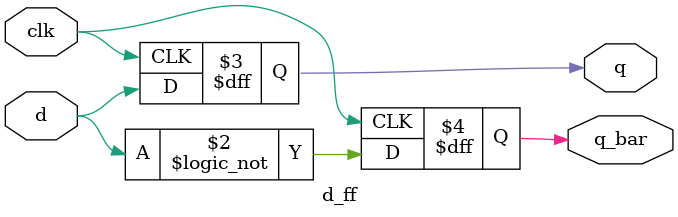
<source format=v>
module d_ff(d, clk, q, q_bar);
	input d, clk;
	output q, q_bar;
	reg q;
	reg q_bar;
	always @ (posedge clk)
	begin
		q <= d;
		q_bar <= !d;
	end
endmodule

</source>
